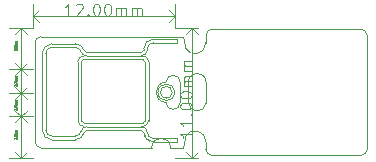
<source format=gbr>
%TF.GenerationSoftware,KiCad,Pcbnew,5.1.5+dfsg1-2~bpo10+1*%
%TF.CreationDate,2020-05-22T12:44:22+02:00*%
%TF.ProjectId,qomu-board,716f6d75-2d62-46f6-9172-642e6b696361,rev?*%
%TF.SameCoordinates,Original*%
%TF.FileFunction,Other,Comment*%
%FSLAX46Y46*%
G04 Gerber Fmt 4.6, Leading zero omitted, Abs format (unit mm)*
G04 Created by KiCad (PCBNEW 5.1.5+dfsg1-2~bpo10+1) date 2020-05-22 12:44:22 commit 5cfbf1f*
%MOMM*%
%LPD*%
G04 APERTURE LIST*
%ADD10C,0.050000*%
%ADD11C,0.100000*%
%ADD12C,0.010000*%
%ADD13C,0.035000*%
%ADD14C,0.037500*%
G04 APERTURE END LIST*
D10*
X45150000Y-26630000D02*
G75*
G02X44650000Y-27130000I-500000J0D01*
G01*
X44650000Y-16480000D02*
G75*
G02X45150000Y-16980000I0J-500000D01*
G01*
X31515000Y-22680000D02*
X31515000Y-20920000D01*
X29744948Y-25590113D02*
G75*
G02X31492032Y-25994015I831536J-383648D01*
G01*
X30015000Y-22610000D02*
G75*
G03X31515000Y-22680000I750000J-35000D01*
G01*
X30015000Y-21130000D02*
X30015000Y-20990000D01*
X29745000Y-18010000D02*
G75*
G03X31492032Y-17605985I831484J383761D01*
G01*
X17525000Y-17100000D02*
X29525000Y-17100000D01*
X31492032Y-17605985D02*
X31500000Y-16980000D01*
X31500000Y-26630000D02*
X31492032Y-25994015D01*
X30015000Y-20990000D02*
G75*
G02X31515000Y-20920000I750000J35000D01*
G01*
X45150000Y-26630000D02*
X45150000Y-16980000D01*
X32000000Y-27130000D02*
X44650000Y-27130000D01*
X32000000Y-16480000D02*
X44650000Y-16480000D01*
X31500000Y-26630000D02*
G75*
G03X32000000Y-27130000I500000J0D01*
G01*
X31500000Y-16980000D02*
G75*
G02X32000000Y-16480000I500000J0D01*
G01*
X17025000Y-26000000D02*
G75*
G03X17525000Y-26500000I500000J0D01*
G01*
D11*
X21223837Y-25165000D02*
G75*
G02X21419796Y-25005000I195959J-40000D01*
G01*
X20440000Y-17705000D02*
X18440000Y-17705000D01*
X20440000Y-18005000D02*
G75*
G02X20916970Y-18355000I0J-500000D01*
G01*
X27040000Y-25705000D02*
G75*
G02X26540000Y-25205000I0J500000D01*
G01*
X17640000Y-18505000D02*
X17640000Y-25005000D01*
X26540000Y-18105000D02*
X26540000Y-18205000D01*
X17940000Y-18505000D02*
X17940000Y-25005000D01*
X26240000Y-18205000D02*
G75*
G02X26040000Y-18405000I-200000J0D01*
G01*
X20665045Y-24205000D02*
X20665045Y-19205000D01*
X21140000Y-24679955D02*
G75*
G02X20665045Y-24205000I0J474955D01*
G01*
X27150000Y-17605000D02*
X27040000Y-17605000D01*
X26240000Y-18105000D02*
G75*
G02X27040000Y-17305000I800000J0D01*
G01*
X20929898Y-25105000D02*
G75*
G02X20440000Y-25505000I-489898J100000D01*
G01*
X26240000Y-18105000D02*
G75*
G02X27040000Y-17305000I800000J0D01*
G01*
X21223837Y-25165000D02*
G75*
G02X20440000Y-25805000I-783837J160000D01*
G01*
X21223837Y-25165000D02*
G75*
G02X21419796Y-25005000I195959J-40000D01*
G01*
X27050000Y-25705000D02*
X29040000Y-25705000D01*
X26540000Y-18105000D02*
G75*
G02X27040000Y-17605000I500000J0D01*
G01*
X17640000Y-18505000D02*
G75*
G02X18440000Y-17705000I800000J0D01*
G01*
X20940000Y-19205000D02*
G75*
G02X21140000Y-19005000I200000J0D01*
G01*
X26140000Y-19005000D02*
X21140000Y-19005000D01*
X18440000Y-25805000D02*
G75*
G02X17640000Y-25005000I0J800000D01*
G01*
X27030000Y-26005000D02*
X29040000Y-26005000D01*
X28840000Y-21805000D02*
G75*
G03X28840000Y-21805000I-700000J0D01*
G01*
X26040000Y-18405000D02*
X21393939Y-18405000D01*
X27040000Y-26005000D02*
G75*
G02X26240000Y-25205000I0J800000D01*
G01*
X20440000Y-18005000D02*
X18440000Y-18005000D01*
X20665045Y-19205000D02*
G75*
G02X21140000Y-18730045I474955J0D01*
G01*
X21419796Y-25005000D02*
X26040000Y-25005000D01*
X26340000Y-24205000D02*
G75*
G02X26140000Y-24405000I-200000J0D01*
G01*
X21140000Y-24405000D02*
X26140000Y-24405000D01*
X17640000Y-18505000D02*
G75*
G02X18440000Y-17705000I800000J0D01*
G01*
X26540000Y-18205000D02*
G75*
G02X26040000Y-18705000I-500000J0D01*
G01*
X26040000Y-24705000D02*
G75*
G02X26540000Y-25205000I0J-500000D01*
G01*
X18440000Y-25805000D02*
G75*
G02X17640000Y-25005000I0J800000D01*
G01*
X26040000Y-25005000D02*
G75*
G02X26240000Y-25205000I0J-200000D01*
G01*
X18440000Y-25805000D02*
X20440000Y-25805000D01*
X18440000Y-25805000D02*
X20440000Y-25805000D01*
X26240000Y-18205000D02*
G75*
G02X26040000Y-18405000I-200000J0D01*
G01*
X18440000Y-25505000D02*
G75*
G02X17940000Y-25005000I0J500000D01*
G01*
X21393939Y-18405000D02*
G75*
G02X21203151Y-18265000I0J200000D01*
G01*
X21140000Y-24405000D02*
G75*
G02X20940000Y-24205000I0J200000D01*
G01*
X20940000Y-19205000D02*
X20940000Y-24205000D01*
X20440000Y-17705000D02*
G75*
G02X21203151Y-18265000I0J-800000D01*
G01*
X28640000Y-21805000D02*
G75*
G03X28640000Y-21805000I-500000J0D01*
G01*
X26640000Y-19205000D02*
X26640000Y-24205000D01*
X26040000Y-24705000D02*
X26140000Y-24705000D01*
X26640000Y-24205000D02*
G75*
G02X26140000Y-24705000I-500000J0D01*
G01*
X21393939Y-18405000D02*
G75*
G02X21203151Y-18265000I0J200000D01*
G01*
X26240000Y-18105000D02*
X26240000Y-18205000D01*
X26040000Y-18705000D02*
X26140000Y-18705000D01*
X26140000Y-18705000D02*
G75*
G02X26640000Y-19205000I0J-500000D01*
G01*
X29040000Y-26005000D02*
X29040000Y-25705000D01*
X29040000Y-17605000D02*
X29040000Y-17305000D01*
X27150000Y-17305000D02*
X27040000Y-17305000D01*
X26040000Y-18705000D02*
X21393939Y-18705000D01*
X21419796Y-24705000D02*
X26040000Y-24705000D01*
X18440000Y-25505000D02*
X20440000Y-25505000D01*
X20929898Y-25105000D02*
G75*
G02X21419796Y-24705000I489898J-100000D01*
G01*
X27150000Y-17305000D02*
X27040000Y-17305000D01*
X26715000Y-25936010D02*
G75*
G02X26240000Y-25205000I325000J731010D01*
G01*
X26040000Y-18405000D02*
X21393939Y-18405000D01*
X17940000Y-18505000D02*
G75*
G02X18440000Y-18005000I500000J0D01*
G01*
X29040000Y-17305000D02*
X27130000Y-17305000D01*
X21223837Y-25165000D02*
G75*
G02X20440000Y-25805000I-783837J160000D01*
G01*
X26240000Y-18105000D02*
X26240000Y-18205000D01*
X26140000Y-19005000D02*
G75*
G02X26340000Y-19205000I0J-200000D01*
G01*
X26340000Y-24205000D02*
X26340000Y-19205000D01*
X20440000Y-17705000D02*
X18440000Y-17705000D01*
X17640000Y-18505000D02*
X17640000Y-25005000D01*
X29040000Y-17605000D02*
X27090000Y-17605000D01*
X26040000Y-25005000D02*
G75*
G02X26240000Y-25205000I0J-200000D01*
G01*
X21419796Y-25005000D02*
X26040000Y-25005000D01*
X21393939Y-18704999D02*
G75*
G02X20916970Y-18355000I0J499999D01*
G01*
X20440000Y-17705000D02*
G75*
G02X21203151Y-18265000I0J-800000D01*
G01*
D12*
X29325000Y-22650000D02*
G75*
G02X28125000Y-22650000I-600000J0D01*
G01*
X29325000Y-20950000D02*
G75*
G03X28125000Y-20950000I-600000J0D01*
G01*
X28125000Y-20950000D02*
G75*
G03X28125000Y-22650000I0J-850000D01*
G01*
D10*
X28500000Y-26500000D02*
G75*
G03X26900000Y-26500000I-800000J0D01*
G01*
X28500000Y-26500000D02*
X29525000Y-26500000D01*
D12*
X29325000Y-20950000D02*
X29325000Y-22650000D01*
D10*
X17525000Y-17100000D02*
G75*
G03X17025000Y-17600000I0J-500000D01*
G01*
X17025000Y-17600000D02*
X17025000Y-26000000D01*
X17525000Y-26500000D02*
X26900000Y-26500000D01*
X30025000Y-21800000D02*
X30025000Y-21670000D01*
X30025000Y-21670000D02*
X30025000Y-21530000D01*
X30025000Y-21530000D02*
X30025000Y-21400000D01*
X30025000Y-21400000D02*
X30025000Y-21260000D01*
X30025000Y-21260000D02*
X30015000Y-21130000D01*
X29745000Y-18010000D02*
X29735000Y-17910000D01*
X29735000Y-17910000D02*
X29715000Y-17820000D01*
X29715000Y-17820000D02*
X29695000Y-17720000D01*
X29695000Y-17720000D02*
X29675000Y-17640000D01*
X29675000Y-17640000D02*
X29655000Y-17550000D01*
X29655000Y-17550000D02*
X29645000Y-17460000D01*
X29645000Y-17460000D02*
X29625000Y-17380000D01*
X29625000Y-17380000D02*
X29605000Y-17300000D01*
X29605000Y-17300000D02*
X29585000Y-17230000D01*
X29585000Y-17230000D02*
X29555000Y-17150000D01*
X29555000Y-17150000D02*
X29525000Y-17100000D01*
X29525000Y-26500000D02*
X29555000Y-26450000D01*
X29555000Y-26450000D02*
X29585000Y-26370000D01*
X29585000Y-26370000D02*
X29605000Y-26300000D01*
X29605000Y-26300000D02*
X29625000Y-26220000D01*
X29625000Y-26220000D02*
X29645000Y-26140000D01*
X29645000Y-26140000D02*
X29655000Y-26050000D01*
X29655000Y-26050000D02*
X29675000Y-25960000D01*
X29675000Y-25960000D02*
X29695000Y-25880000D01*
X29695000Y-25880000D02*
X29715000Y-25780000D01*
X29715000Y-25780000D02*
X29735000Y-25690000D01*
X29735000Y-25690000D02*
X29745000Y-25590000D01*
X30015000Y-22610000D02*
X30015000Y-22470000D01*
X30015000Y-22470000D02*
X30025000Y-22340000D01*
X30025000Y-22340000D02*
X30025000Y-22200000D01*
X30025000Y-22200000D02*
X30025000Y-22070000D01*
X30025000Y-22070000D02*
X30025000Y-21930000D01*
X30025000Y-21930000D02*
X30025000Y-21800000D01*
X16850000Y-16350000D02*
X16850000Y-14350000D01*
X16850000Y-15350000D02*
X17350000Y-15850000D01*
X16850000Y-15350000D02*
X17350000Y-14850000D01*
X28850000Y-15350000D02*
X16850000Y-15350000D01*
X28350000Y-15850000D02*
X28850000Y-15350000D01*
X28850000Y-15350000D02*
X28350000Y-15850000D01*
X28350000Y-14850000D02*
X28850000Y-15350000D01*
X28850000Y-15350000D02*
X28350000Y-14850000D01*
X28850000Y-16350000D02*
X28850000Y-14350000D01*
X30350000Y-27350000D02*
X30350000Y-16350000D01*
X28850000Y-16350000D02*
X30850000Y-16350000D01*
X30350000Y-16350000D02*
X29850000Y-16850000D01*
X30350000Y-16350000D02*
X30850000Y-16850000D01*
X28850000Y-27350000D02*
X30850000Y-27350000D01*
X30350000Y-27350000D02*
X30850000Y-26850000D01*
X29850000Y-26850000D02*
X30350000Y-27350000D01*
X30350000Y-27350000D02*
X29850000Y-26850000D01*
X30850000Y-26850000D02*
X30350000Y-27350000D01*
X15850000Y-19850000D02*
X16350000Y-19350000D01*
X15850000Y-16350000D02*
X15850000Y-19850000D01*
X15850000Y-16350000D02*
X16350000Y-16850000D01*
X15350000Y-16850000D02*
X15850000Y-16350000D01*
X16350000Y-16850000D02*
X15850000Y-16350000D01*
X15850000Y-16350000D02*
X15350000Y-16850000D01*
X15850000Y-19850000D02*
X15350000Y-19350000D01*
X16850000Y-16350000D02*
X14850000Y-16350000D01*
X16850000Y-19850000D02*
X14850000Y-19850000D01*
X15850000Y-27350000D02*
X16350000Y-26850000D01*
X15850000Y-23850000D02*
X15850000Y-27350000D01*
X15850000Y-27350000D02*
X15350000Y-26850000D01*
X15850000Y-23850000D02*
X15350000Y-24350000D01*
X15350000Y-24350000D02*
X15850000Y-23850000D01*
X15850000Y-23850000D02*
X16350000Y-24350000D01*
X16350000Y-24350000D02*
X15850000Y-23850000D01*
X16850000Y-23850000D02*
X14850000Y-23850000D01*
X16850000Y-27350000D02*
X14850000Y-27350000D01*
X16350000Y-22350000D02*
X15850000Y-21850000D01*
X15850000Y-21850000D02*
X15350000Y-22350000D01*
X15350000Y-22350000D02*
X15850000Y-21850000D01*
X15850000Y-21850000D02*
X16350000Y-22350000D01*
X16850000Y-21850000D02*
X14850000Y-21850000D01*
X15850000Y-21850000D02*
X15850000Y-23850000D01*
X15850000Y-23850000D02*
X15350000Y-23350000D01*
X15850000Y-23850000D02*
X16350000Y-23350000D01*
X16350000Y-20350000D02*
X15850000Y-19850000D01*
X15850000Y-19850000D02*
X15350000Y-20350000D01*
X15850000Y-19850000D02*
X16350000Y-20350000D01*
X15350000Y-20350000D02*
X15850000Y-19850000D01*
X15850000Y-19850000D02*
X15850000Y-21850000D01*
X15850000Y-21850000D02*
X15350000Y-21350000D01*
X15850000Y-21850000D02*
X16350000Y-21350000D01*
X20135714Y-15302380D02*
X19564285Y-15302380D01*
X19850000Y-15302380D02*
X19850000Y-14302380D01*
X19754761Y-14445238D01*
X19659523Y-14540476D01*
X19564285Y-14588095D01*
X20516666Y-14397619D02*
X20564285Y-14350000D01*
X20659523Y-14302380D01*
X20897619Y-14302380D01*
X20992857Y-14350000D01*
X21040476Y-14397619D01*
X21088095Y-14492857D01*
X21088095Y-14588095D01*
X21040476Y-14730952D01*
X20469047Y-15302380D01*
X21088095Y-15302380D01*
X21516666Y-15207142D02*
X21564285Y-15254761D01*
X21516666Y-15302380D01*
X21469047Y-15254761D01*
X21516666Y-15207142D01*
X21516666Y-15302380D01*
X22183333Y-14302380D02*
X22278571Y-14302380D01*
X22373809Y-14350000D01*
X22421428Y-14397619D01*
X22469047Y-14492857D01*
X22516666Y-14683333D01*
X22516666Y-14921428D01*
X22469047Y-15111904D01*
X22421428Y-15207142D01*
X22373809Y-15254761D01*
X22278571Y-15302380D01*
X22183333Y-15302380D01*
X22088095Y-15254761D01*
X22040476Y-15207142D01*
X21992857Y-15111904D01*
X21945238Y-14921428D01*
X21945238Y-14683333D01*
X21992857Y-14492857D01*
X22040476Y-14397619D01*
X22088095Y-14350000D01*
X22183333Y-14302380D01*
X23135714Y-14302380D02*
X23230952Y-14302380D01*
X23326190Y-14350000D01*
X23373809Y-14397619D01*
X23421428Y-14492857D01*
X23469047Y-14683333D01*
X23469047Y-14921428D01*
X23421428Y-15111904D01*
X23373809Y-15207142D01*
X23326190Y-15254761D01*
X23230952Y-15302380D01*
X23135714Y-15302380D01*
X23040476Y-15254761D01*
X22992857Y-15207142D01*
X22945238Y-15111904D01*
X22897619Y-14921428D01*
X22897619Y-14683333D01*
X22945238Y-14492857D01*
X22992857Y-14397619D01*
X23040476Y-14350000D01*
X23135714Y-14302380D01*
X23897619Y-15302380D02*
X23897619Y-14635714D01*
X23897619Y-14730952D02*
X23945238Y-14683333D01*
X24040476Y-14635714D01*
X24183333Y-14635714D01*
X24278571Y-14683333D01*
X24326190Y-14778571D01*
X24326190Y-15302380D01*
X24326190Y-14778571D02*
X24373809Y-14683333D01*
X24469047Y-14635714D01*
X24611904Y-14635714D01*
X24707142Y-14683333D01*
X24754761Y-14778571D01*
X24754761Y-15302380D01*
X25230952Y-15302380D02*
X25230952Y-14635714D01*
X25230952Y-14730952D02*
X25278571Y-14683333D01*
X25373809Y-14635714D01*
X25516666Y-14635714D01*
X25611904Y-14683333D01*
X25659523Y-14778571D01*
X25659523Y-15302380D01*
X25659523Y-14778571D02*
X25707142Y-14683333D01*
X25802380Y-14635714D01*
X25945238Y-14635714D01*
X26040476Y-14683333D01*
X26088095Y-14778571D01*
X26088095Y-15302380D01*
X30302380Y-25064285D02*
X30302380Y-25635714D01*
X30302380Y-25350000D02*
X29302380Y-25350000D01*
X29445238Y-25445238D01*
X29540476Y-25540476D01*
X29588095Y-25635714D01*
X30302380Y-24111904D02*
X30302380Y-24683333D01*
X30302380Y-24397619D02*
X29302380Y-24397619D01*
X29445238Y-24492857D01*
X29540476Y-24588095D01*
X29588095Y-24683333D01*
X30207142Y-23683333D02*
X30254761Y-23635714D01*
X30302380Y-23683333D01*
X30254761Y-23730952D01*
X30207142Y-23683333D01*
X30302380Y-23683333D01*
X29302380Y-23016666D02*
X29302380Y-22921428D01*
X29350000Y-22826190D01*
X29397619Y-22778571D01*
X29492857Y-22730952D01*
X29683333Y-22683333D01*
X29921428Y-22683333D01*
X30111904Y-22730952D01*
X30207142Y-22778571D01*
X30254761Y-22826190D01*
X30302380Y-22921428D01*
X30302380Y-23016666D01*
X30254761Y-23111904D01*
X30207142Y-23159523D01*
X30111904Y-23207142D01*
X29921428Y-23254761D01*
X29683333Y-23254761D01*
X29492857Y-23207142D01*
X29397619Y-23159523D01*
X29350000Y-23111904D01*
X29302380Y-23016666D01*
X29302380Y-22064285D02*
X29302380Y-21969047D01*
X29350000Y-21873809D01*
X29397619Y-21826190D01*
X29492857Y-21778571D01*
X29683333Y-21730952D01*
X29921428Y-21730952D01*
X30111904Y-21778571D01*
X30207142Y-21826190D01*
X30254761Y-21873809D01*
X30302380Y-21969047D01*
X30302380Y-22064285D01*
X30254761Y-22159523D01*
X30207142Y-22207142D01*
X30111904Y-22254761D01*
X29921428Y-22302380D01*
X29683333Y-22302380D01*
X29492857Y-22254761D01*
X29397619Y-22207142D01*
X29350000Y-22159523D01*
X29302380Y-22064285D01*
X30302380Y-21302380D02*
X29635714Y-21302380D01*
X29730952Y-21302380D02*
X29683333Y-21254761D01*
X29635714Y-21159523D01*
X29635714Y-21016666D01*
X29683333Y-20921428D01*
X29778571Y-20873809D01*
X30302380Y-20873809D01*
X29778571Y-20873809D02*
X29683333Y-20826190D01*
X29635714Y-20730952D01*
X29635714Y-20588095D01*
X29683333Y-20492857D01*
X29778571Y-20445238D01*
X30302380Y-20445238D01*
X30302380Y-19969047D02*
X29635714Y-19969047D01*
X29730952Y-19969047D02*
X29683333Y-19921428D01*
X29635714Y-19826190D01*
X29635714Y-19683333D01*
X29683333Y-19588095D01*
X29778571Y-19540476D01*
X30302380Y-19540476D01*
X29778571Y-19540476D02*
X29683333Y-19492857D01*
X29635714Y-19397619D01*
X29635714Y-19254761D01*
X29683333Y-19159523D01*
X29778571Y-19111904D01*
X30302380Y-19111904D01*
D13*
X15213095Y-25750000D02*
X15213095Y-25663333D01*
X15308333Y-25710000D01*
X15308333Y-25690000D01*
X15320238Y-25676666D01*
X15332142Y-25670000D01*
X15355952Y-25663333D01*
X15415476Y-25663333D01*
X15439285Y-25670000D01*
X15451190Y-25676666D01*
X15463095Y-25690000D01*
X15463095Y-25730000D01*
X15451190Y-25743333D01*
X15439285Y-25750000D01*
X15439285Y-25603333D02*
X15451190Y-25596666D01*
X15463095Y-25603333D01*
X15451190Y-25610000D01*
X15439285Y-25603333D01*
X15463095Y-25603333D01*
X15213095Y-25470000D02*
X15213095Y-25536666D01*
X15332142Y-25543333D01*
X15320238Y-25536666D01*
X15308333Y-25523333D01*
X15308333Y-25490000D01*
X15320238Y-25476666D01*
X15332142Y-25470000D01*
X15355952Y-25463333D01*
X15415476Y-25463333D01*
X15439285Y-25470000D01*
X15451190Y-25476666D01*
X15463095Y-25490000D01*
X15463095Y-25523333D01*
X15451190Y-25536666D01*
X15439285Y-25543333D01*
X15213095Y-25376666D02*
X15213095Y-25363333D01*
X15225000Y-25350000D01*
X15236904Y-25343333D01*
X15260714Y-25336666D01*
X15308333Y-25330000D01*
X15367857Y-25330000D01*
X15415476Y-25336666D01*
X15439285Y-25343333D01*
X15451190Y-25350000D01*
X15463095Y-25363333D01*
X15463095Y-25376666D01*
X15451190Y-25390000D01*
X15439285Y-25396666D01*
X15415476Y-25403333D01*
X15367857Y-25410000D01*
X15308333Y-25410000D01*
X15260714Y-25403333D01*
X15236904Y-25396666D01*
X15225000Y-25390000D01*
X15213095Y-25376666D01*
X15463095Y-25270000D02*
X15296428Y-25270000D01*
X15320238Y-25270000D02*
X15308333Y-25263333D01*
X15296428Y-25250000D01*
X15296428Y-25230000D01*
X15308333Y-25216666D01*
X15332142Y-25210000D01*
X15463095Y-25210000D01*
X15332142Y-25210000D02*
X15308333Y-25203333D01*
X15296428Y-25190000D01*
X15296428Y-25170000D01*
X15308333Y-25156666D01*
X15332142Y-25150000D01*
X15463095Y-25150000D01*
X15463095Y-25083333D02*
X15296428Y-25083333D01*
X15320238Y-25083333D02*
X15308333Y-25076666D01*
X15296428Y-25063333D01*
X15296428Y-25043333D01*
X15308333Y-25030000D01*
X15332142Y-25023333D01*
X15463095Y-25023333D01*
X15332142Y-25023333D02*
X15308333Y-25016666D01*
X15296428Y-25003333D01*
X15296428Y-24983333D01*
X15308333Y-24970000D01*
X15332142Y-24963333D01*
X15463095Y-24963333D01*
D14*
X15236904Y-23271428D02*
X15225000Y-23264285D01*
X15213095Y-23250000D01*
X15213095Y-23214285D01*
X15225000Y-23200000D01*
X15236904Y-23192857D01*
X15260714Y-23185714D01*
X15284523Y-23185714D01*
X15320238Y-23192857D01*
X15463095Y-23278571D01*
X15463095Y-23185714D01*
X15439285Y-23121428D02*
X15451190Y-23114285D01*
X15463095Y-23121428D01*
X15451190Y-23128571D01*
X15439285Y-23121428D01*
X15463095Y-23121428D01*
X15213095Y-23021428D02*
X15213095Y-23007142D01*
X15225000Y-22992857D01*
X15236904Y-22985714D01*
X15260714Y-22978571D01*
X15308333Y-22971428D01*
X15367857Y-22971428D01*
X15415476Y-22978571D01*
X15439285Y-22985714D01*
X15451190Y-22992857D01*
X15463095Y-23007142D01*
X15463095Y-23021428D01*
X15451190Y-23035714D01*
X15439285Y-23042857D01*
X15415476Y-23050000D01*
X15367857Y-23057142D01*
X15308333Y-23057142D01*
X15260714Y-23050000D01*
X15236904Y-23042857D01*
X15225000Y-23035714D01*
X15213095Y-23021428D01*
X15213095Y-22878571D02*
X15213095Y-22864285D01*
X15225000Y-22850000D01*
X15236904Y-22842857D01*
X15260714Y-22835714D01*
X15308333Y-22828571D01*
X15367857Y-22828571D01*
X15415476Y-22835714D01*
X15439285Y-22842857D01*
X15451190Y-22850000D01*
X15463095Y-22864285D01*
X15463095Y-22878571D01*
X15451190Y-22892857D01*
X15439285Y-22900000D01*
X15415476Y-22907142D01*
X15367857Y-22914285D01*
X15308333Y-22914285D01*
X15260714Y-22907142D01*
X15236904Y-22900000D01*
X15225000Y-22892857D01*
X15213095Y-22878571D01*
X15463095Y-22764285D02*
X15296428Y-22764285D01*
X15320238Y-22764285D02*
X15308333Y-22757142D01*
X15296428Y-22742857D01*
X15296428Y-22721428D01*
X15308333Y-22707142D01*
X15332142Y-22700000D01*
X15463095Y-22700000D01*
X15332142Y-22700000D02*
X15308333Y-22692857D01*
X15296428Y-22678571D01*
X15296428Y-22657142D01*
X15308333Y-22642857D01*
X15332142Y-22635714D01*
X15463095Y-22635714D01*
X15463095Y-22564285D02*
X15296428Y-22564285D01*
X15320238Y-22564285D02*
X15308333Y-22557142D01*
X15296428Y-22542857D01*
X15296428Y-22521428D01*
X15308333Y-22507142D01*
X15332142Y-22500000D01*
X15463095Y-22500000D01*
X15332142Y-22500000D02*
X15308333Y-22492857D01*
X15296428Y-22478571D01*
X15296428Y-22457142D01*
X15308333Y-22442857D01*
X15332142Y-22435714D01*
X15463095Y-22435714D01*
X15236904Y-21271428D02*
X15225000Y-21264285D01*
X15213095Y-21250000D01*
X15213095Y-21214285D01*
X15225000Y-21200000D01*
X15236904Y-21192857D01*
X15260714Y-21185714D01*
X15284523Y-21185714D01*
X15320238Y-21192857D01*
X15463095Y-21278571D01*
X15463095Y-21185714D01*
X15439285Y-21121428D02*
X15451190Y-21114285D01*
X15463095Y-21121428D01*
X15451190Y-21128571D01*
X15439285Y-21121428D01*
X15463095Y-21121428D01*
X15213095Y-21021428D02*
X15213095Y-21007142D01*
X15225000Y-20992857D01*
X15236904Y-20985714D01*
X15260714Y-20978571D01*
X15308333Y-20971428D01*
X15367857Y-20971428D01*
X15415476Y-20978571D01*
X15439285Y-20985714D01*
X15451190Y-20992857D01*
X15463095Y-21007142D01*
X15463095Y-21021428D01*
X15451190Y-21035714D01*
X15439285Y-21042857D01*
X15415476Y-21050000D01*
X15367857Y-21057142D01*
X15308333Y-21057142D01*
X15260714Y-21050000D01*
X15236904Y-21042857D01*
X15225000Y-21035714D01*
X15213095Y-21021428D01*
X15213095Y-20878571D02*
X15213095Y-20864285D01*
X15225000Y-20850000D01*
X15236904Y-20842857D01*
X15260714Y-20835714D01*
X15308333Y-20828571D01*
X15367857Y-20828571D01*
X15415476Y-20835714D01*
X15439285Y-20842857D01*
X15451190Y-20850000D01*
X15463095Y-20864285D01*
X15463095Y-20878571D01*
X15451190Y-20892857D01*
X15439285Y-20900000D01*
X15415476Y-20907142D01*
X15367857Y-20914285D01*
X15308333Y-20914285D01*
X15260714Y-20907142D01*
X15236904Y-20900000D01*
X15225000Y-20892857D01*
X15213095Y-20878571D01*
X15463095Y-20764285D02*
X15296428Y-20764285D01*
X15320238Y-20764285D02*
X15308333Y-20757142D01*
X15296428Y-20742857D01*
X15296428Y-20721428D01*
X15308333Y-20707142D01*
X15332142Y-20700000D01*
X15463095Y-20700000D01*
X15332142Y-20700000D02*
X15308333Y-20692857D01*
X15296428Y-20678571D01*
X15296428Y-20657142D01*
X15308333Y-20642857D01*
X15332142Y-20635714D01*
X15463095Y-20635714D01*
X15463095Y-20564285D02*
X15296428Y-20564285D01*
X15320238Y-20564285D02*
X15308333Y-20557142D01*
X15296428Y-20542857D01*
X15296428Y-20521428D01*
X15308333Y-20507142D01*
X15332142Y-20500000D01*
X15463095Y-20500000D01*
X15332142Y-20500000D02*
X15308333Y-20492857D01*
X15296428Y-20478571D01*
X15296428Y-20457142D01*
X15308333Y-20442857D01*
X15332142Y-20435714D01*
X15463095Y-20435714D01*
D13*
X15213095Y-18250000D02*
X15213095Y-18163333D01*
X15308333Y-18210000D01*
X15308333Y-18190000D01*
X15320238Y-18176666D01*
X15332142Y-18170000D01*
X15355952Y-18163333D01*
X15415476Y-18163333D01*
X15439285Y-18170000D01*
X15451190Y-18176666D01*
X15463095Y-18190000D01*
X15463095Y-18230000D01*
X15451190Y-18243333D01*
X15439285Y-18250000D01*
X15439285Y-18103333D02*
X15451190Y-18096666D01*
X15463095Y-18103333D01*
X15451190Y-18110000D01*
X15439285Y-18103333D01*
X15463095Y-18103333D01*
X15213095Y-17970000D02*
X15213095Y-18036666D01*
X15332142Y-18043333D01*
X15320238Y-18036666D01*
X15308333Y-18023333D01*
X15308333Y-17990000D01*
X15320238Y-17976666D01*
X15332142Y-17970000D01*
X15355952Y-17963333D01*
X15415476Y-17963333D01*
X15439285Y-17970000D01*
X15451190Y-17976666D01*
X15463095Y-17990000D01*
X15463095Y-18023333D01*
X15451190Y-18036666D01*
X15439285Y-18043333D01*
X15213095Y-17876666D02*
X15213095Y-17863333D01*
X15225000Y-17850000D01*
X15236904Y-17843333D01*
X15260714Y-17836666D01*
X15308333Y-17830000D01*
X15367857Y-17830000D01*
X15415476Y-17836666D01*
X15439285Y-17843333D01*
X15451190Y-17850000D01*
X15463095Y-17863333D01*
X15463095Y-17876666D01*
X15451190Y-17890000D01*
X15439285Y-17896666D01*
X15415476Y-17903333D01*
X15367857Y-17910000D01*
X15308333Y-17910000D01*
X15260714Y-17903333D01*
X15236904Y-17896666D01*
X15225000Y-17890000D01*
X15213095Y-17876666D01*
X15463095Y-17770000D02*
X15296428Y-17770000D01*
X15320238Y-17770000D02*
X15308333Y-17763333D01*
X15296428Y-17750000D01*
X15296428Y-17730000D01*
X15308333Y-17716666D01*
X15332142Y-17710000D01*
X15463095Y-17710000D01*
X15332142Y-17710000D02*
X15308333Y-17703333D01*
X15296428Y-17690000D01*
X15296428Y-17670000D01*
X15308333Y-17656666D01*
X15332142Y-17650000D01*
X15463095Y-17650000D01*
X15463095Y-17583333D02*
X15296428Y-17583333D01*
X15320238Y-17583333D02*
X15308333Y-17576666D01*
X15296428Y-17563333D01*
X15296428Y-17543333D01*
X15308333Y-17530000D01*
X15332142Y-17523333D01*
X15463095Y-17523333D01*
X15332142Y-17523333D02*
X15308333Y-17516666D01*
X15296428Y-17503333D01*
X15296428Y-17483333D01*
X15308333Y-17470000D01*
X15332142Y-17463333D01*
X15463095Y-17463333D01*
M02*

</source>
